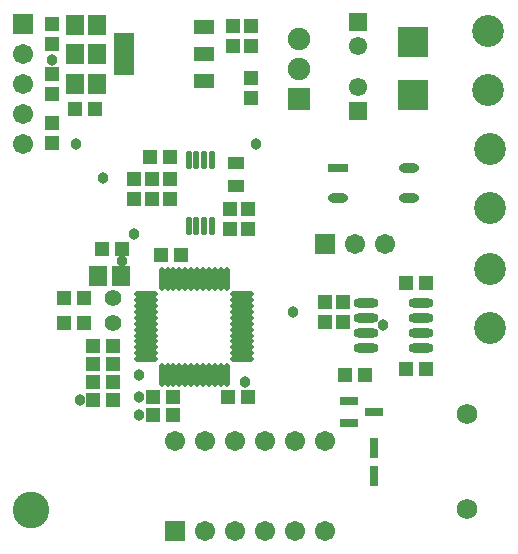
<source format=gts>
%FSDAX24Y24*%
%MOIN*%
%SFA1B1*%

%IPPOS*%
%ADD51R,0.067100X0.031600*%
%ADD52O,0.067100X0.031600*%
%ADD53O,0.082800X0.031600*%
%ADD54R,0.051300X0.047400*%
%ADD55R,0.098600X0.098600*%
%ADD56R,0.047400X0.051300*%
%ADD57O,0.021800X0.063100*%
%ADD58O,0.019800X0.078900*%
%ADD59O,0.078900X0.019800*%
%ADD60R,0.059200X0.031600*%
%ADD61R,0.029700X0.065100*%
%ADD62R,0.059200X0.067100*%
%ADD63C,0.122000*%
%ADD64R,0.069000X0.143800*%
%ADD65R,0.069000X0.051300*%
%ADD66R,0.069000X0.051300*%
%ADD67R,0.053300X0.043400*%
%ADD68R,0.061100X0.061100*%
%ADD69C,0.061100*%
%ADD70C,0.068000*%
%ADD71C,0.055200*%
%ADD72R,0.067100X0.067100*%
%ADD73C,0.067100*%
%ADD74C,0.067100*%
%ADD75R,0.067100X0.067100*%
%ADD76C,0.074900*%
%ADD77R,0.074900X0.074900*%
%ADD78C,0.106400*%
%ADD79R,0.067100X0.067100*%
%ADD80C,0.038000*%
%LNde-080324-1*%
%LPD*%
G54D51*
X021538Y022650D03*
G54D52*
X021538Y021650D03*
X023900Y022650D03*
Y021650D03*
G54D53*
X022475Y018150D03*
Y017650D03*
Y017150D03*
Y016650D03*
X024325Y018150D03*
Y017650D03*
Y017150D03*
Y016650D03*
G54D54*
X023815Y018800D03*
X024485D03*
X015265Y023000D03*
X015935D03*
X016300Y019750D03*
X015631D03*
X021765Y015750D03*
X022435D03*
X023815Y015950D03*
X024485D03*
X013665Y019950D03*
X014335D03*
X013085Y018313D03*
X012415D03*
X013085Y017487D03*
X012415D03*
X017865Y015000D03*
X018535D03*
X013365Y016700D03*
X014035D03*
X013365Y016100D03*
X014035D03*
X013365Y015500D03*
X014035D03*
X013365Y014900D03*
X014035D03*
X012765Y024600D03*
X013435D03*
X016035Y015000D03*
X015365D03*
X016035Y014400D03*
X015365D03*
G54D55*
X024050Y026836D03*
Y025064D03*
G54D56*
X018650Y025635D03*
Y024965D03*
X017950Y020615D03*
Y021285D03*
X018550Y020615D03*
Y021285D03*
X015950Y021615D03*
Y022285D03*
X015350Y021615D03*
Y022285D03*
X014750Y021615D03*
Y022285D03*
X021700Y018185D03*
Y017515D03*
X021100Y018185D03*
Y017515D03*
X012000Y025115D03*
Y025785D03*
Y024135D03*
Y023465D03*
X018650Y026715D03*
Y027385D03*
X018050Y026715D03*
Y027385D03*
X012000Y026765D03*
Y027435D03*
G54D57*
X017334Y022902D03*
X017078D03*
X016822D03*
X016566D03*
X017334Y020698D03*
X017078D03*
X016822D03*
X016566D03*
G54D58*
X015667Y018944D03*
X015864D03*
X016061D03*
X016258D03*
X016455D03*
X016652D03*
X016848D03*
X017045D03*
X017242D03*
X017439D03*
X017636D03*
X017833D03*
Y015756D03*
X017636D03*
X017439D03*
X017242D03*
X017045D03*
X016848D03*
X016652D03*
X016455D03*
X016258D03*
X016061D03*
X015864D03*
X015667D03*
G54D59*
X018344Y018433D03*
Y018236D03*
Y018039D03*
Y017842D03*
Y017645D03*
Y017448D03*
Y017252D03*
Y017055D03*
Y016858D03*
Y016661D03*
Y016464D03*
Y016267D03*
X015156D03*
Y016464D03*
Y016661D03*
Y016858D03*
Y017055D03*
Y017252D03*
Y017448D03*
Y017645D03*
Y017842D03*
Y018039D03*
Y018236D03*
Y018433D03*
G54D60*
X022750Y014500D03*
X021923Y014126D03*
Y014874D03*
G54D61*
X022750Y013313D03*
Y012387D03*
G54D62*
X014300Y019050D03*
X013552D03*
X013524Y025450D03*
X012776D03*
X013524Y026450D03*
X012776D03*
X013524Y027400D03*
X012776D03*
G54D63*
X011300Y011250D03*
G54D64*
X014421Y026450D03*
G54D65*
X017079Y027356D03*
Y026450D03*
G54D66*
X017079Y025545D03*
G54D67*
X018150Y022822D03*
Y022050D03*
G54D68*
X022200Y024556D03*
Y027500D03*
G54D69*
X022200Y025344D03*
Y026713D03*
G54D70*
X025850Y011275D03*
Y014425D03*
G54D71*
X014050Y017487D03*
Y018313D03*
G54D72*
X016100Y010550D03*
G54D73*
X017100Y010550D03*
X018100D03*
X019100D03*
X020100D03*
G54D74*
X021100Y010550D03*
X016100Y013550D03*
X017100D03*
X018100D03*
X019100D03*
X020100D03*
X021100D03*
X011050Y023450D03*
Y024450D03*
Y025450D03*
Y026450D03*
X022100Y020100D03*
X023100D03*
G54D75*
X011050Y027450D03*
G54D76*
X020250Y026950D03*
Y025950D03*
G54D77*
X020250Y024950D03*
G54D78*
X026550Y027218D03*
Y025250D03*
X026600Y021300D03*
Y023268D03*
Y017316D03*
Y019284D03*
G54D79*
X021100Y020100D03*
G54D80*
X018800Y023450D03*
X012800D03*
X023050Y017400D03*
X020050Y017850D03*
X013700Y022300D03*
X012950Y014900D03*
X014350Y019550D03*
X014750Y020450D03*
X018450Y015500D03*
X014900Y015000D03*
Y014400D03*
Y015750D03*
X012000Y026250D03*
M02*
</source>
